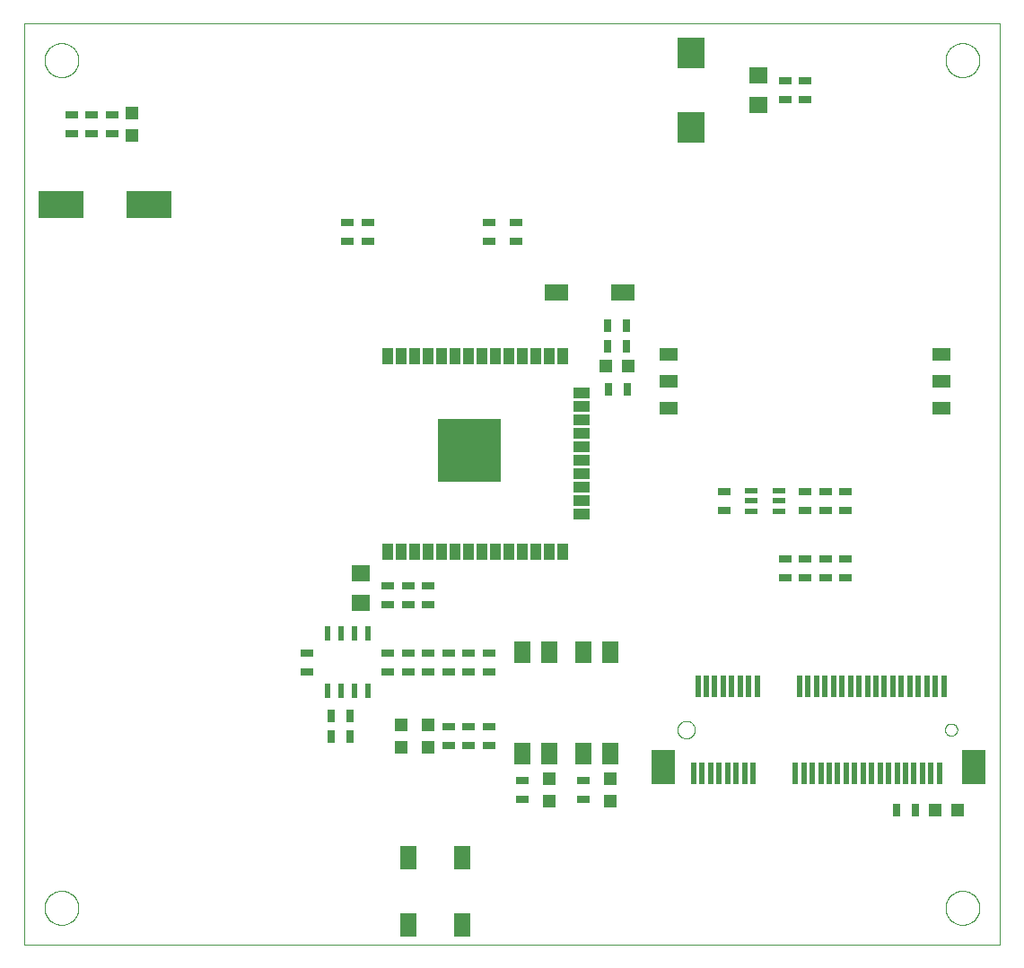
<source format=gtp>
G75*
%MOIN*%
%OFA0B0*%
%FSLAX25Y25*%
%IPPOS*%
%LPD*%
%AMOC8*
5,1,8,0,0,1.08239X$1,22.5*
%
%ADD10C,0.00000*%
%ADD11R,0.04724X0.03150*%
%ADD12R,0.03150X0.04724*%
%ADD13R,0.07087X0.06299*%
%ADD14R,0.04528X0.02362*%
%ADD15R,0.02362X0.07874*%
%ADD16R,0.09055X0.12598*%
%ADD17R,0.04724X0.04724*%
%ADD18R,0.09055X0.06299*%
%ADD19R,0.06299X0.09055*%
%ADD20R,0.02362X0.05512*%
%ADD21R,0.03937X0.05906*%
%ADD22R,0.05906X0.03937*%
%ADD23R,0.23622X0.23622*%
%ADD24R,0.06693X0.05118*%
%ADD25R,0.16929X0.09843*%
%ADD26R,0.06299X0.07874*%
%ADD27R,0.09843X0.11811*%
D10*
X0003220Y0057549D02*
X0003220Y0400069D01*
X0365642Y0400069D01*
X0365642Y0057549D01*
X0003220Y0057549D01*
X0010701Y0071329D02*
X0010703Y0071487D01*
X0010709Y0071645D01*
X0010719Y0071803D01*
X0010733Y0071961D01*
X0010751Y0072118D01*
X0010772Y0072275D01*
X0010798Y0072431D01*
X0010828Y0072587D01*
X0010861Y0072742D01*
X0010899Y0072895D01*
X0010940Y0073048D01*
X0010985Y0073200D01*
X0011034Y0073351D01*
X0011087Y0073500D01*
X0011143Y0073648D01*
X0011203Y0073794D01*
X0011267Y0073939D01*
X0011335Y0074082D01*
X0011406Y0074224D01*
X0011480Y0074364D01*
X0011558Y0074501D01*
X0011640Y0074637D01*
X0011724Y0074771D01*
X0011813Y0074902D01*
X0011904Y0075031D01*
X0011999Y0075158D01*
X0012096Y0075283D01*
X0012197Y0075405D01*
X0012301Y0075524D01*
X0012408Y0075641D01*
X0012518Y0075755D01*
X0012631Y0075866D01*
X0012746Y0075975D01*
X0012864Y0076080D01*
X0012985Y0076182D01*
X0013108Y0076282D01*
X0013234Y0076378D01*
X0013362Y0076471D01*
X0013492Y0076561D01*
X0013625Y0076647D01*
X0013760Y0076731D01*
X0013896Y0076810D01*
X0014035Y0076887D01*
X0014176Y0076959D01*
X0014318Y0077029D01*
X0014462Y0077094D01*
X0014608Y0077156D01*
X0014755Y0077214D01*
X0014904Y0077269D01*
X0015054Y0077320D01*
X0015205Y0077367D01*
X0015357Y0077410D01*
X0015510Y0077449D01*
X0015665Y0077485D01*
X0015820Y0077516D01*
X0015976Y0077544D01*
X0016132Y0077568D01*
X0016289Y0077588D01*
X0016447Y0077604D01*
X0016604Y0077616D01*
X0016763Y0077624D01*
X0016921Y0077628D01*
X0017079Y0077628D01*
X0017237Y0077624D01*
X0017396Y0077616D01*
X0017553Y0077604D01*
X0017711Y0077588D01*
X0017868Y0077568D01*
X0018024Y0077544D01*
X0018180Y0077516D01*
X0018335Y0077485D01*
X0018490Y0077449D01*
X0018643Y0077410D01*
X0018795Y0077367D01*
X0018946Y0077320D01*
X0019096Y0077269D01*
X0019245Y0077214D01*
X0019392Y0077156D01*
X0019538Y0077094D01*
X0019682Y0077029D01*
X0019824Y0076959D01*
X0019965Y0076887D01*
X0020104Y0076810D01*
X0020240Y0076731D01*
X0020375Y0076647D01*
X0020508Y0076561D01*
X0020638Y0076471D01*
X0020766Y0076378D01*
X0020892Y0076282D01*
X0021015Y0076182D01*
X0021136Y0076080D01*
X0021254Y0075975D01*
X0021369Y0075866D01*
X0021482Y0075755D01*
X0021592Y0075641D01*
X0021699Y0075524D01*
X0021803Y0075405D01*
X0021904Y0075283D01*
X0022001Y0075158D01*
X0022096Y0075031D01*
X0022187Y0074902D01*
X0022276Y0074771D01*
X0022360Y0074637D01*
X0022442Y0074501D01*
X0022520Y0074364D01*
X0022594Y0074224D01*
X0022665Y0074082D01*
X0022733Y0073939D01*
X0022797Y0073794D01*
X0022857Y0073648D01*
X0022913Y0073500D01*
X0022966Y0073351D01*
X0023015Y0073200D01*
X0023060Y0073048D01*
X0023101Y0072895D01*
X0023139Y0072742D01*
X0023172Y0072587D01*
X0023202Y0072431D01*
X0023228Y0072275D01*
X0023249Y0072118D01*
X0023267Y0071961D01*
X0023281Y0071803D01*
X0023291Y0071645D01*
X0023297Y0071487D01*
X0023299Y0071329D01*
X0023297Y0071171D01*
X0023291Y0071013D01*
X0023281Y0070855D01*
X0023267Y0070697D01*
X0023249Y0070540D01*
X0023228Y0070383D01*
X0023202Y0070227D01*
X0023172Y0070071D01*
X0023139Y0069916D01*
X0023101Y0069763D01*
X0023060Y0069610D01*
X0023015Y0069458D01*
X0022966Y0069307D01*
X0022913Y0069158D01*
X0022857Y0069010D01*
X0022797Y0068864D01*
X0022733Y0068719D01*
X0022665Y0068576D01*
X0022594Y0068434D01*
X0022520Y0068294D01*
X0022442Y0068157D01*
X0022360Y0068021D01*
X0022276Y0067887D01*
X0022187Y0067756D01*
X0022096Y0067627D01*
X0022001Y0067500D01*
X0021904Y0067375D01*
X0021803Y0067253D01*
X0021699Y0067134D01*
X0021592Y0067017D01*
X0021482Y0066903D01*
X0021369Y0066792D01*
X0021254Y0066683D01*
X0021136Y0066578D01*
X0021015Y0066476D01*
X0020892Y0066376D01*
X0020766Y0066280D01*
X0020638Y0066187D01*
X0020508Y0066097D01*
X0020375Y0066011D01*
X0020240Y0065927D01*
X0020104Y0065848D01*
X0019965Y0065771D01*
X0019824Y0065699D01*
X0019682Y0065629D01*
X0019538Y0065564D01*
X0019392Y0065502D01*
X0019245Y0065444D01*
X0019096Y0065389D01*
X0018946Y0065338D01*
X0018795Y0065291D01*
X0018643Y0065248D01*
X0018490Y0065209D01*
X0018335Y0065173D01*
X0018180Y0065142D01*
X0018024Y0065114D01*
X0017868Y0065090D01*
X0017711Y0065070D01*
X0017553Y0065054D01*
X0017396Y0065042D01*
X0017237Y0065034D01*
X0017079Y0065030D01*
X0016921Y0065030D01*
X0016763Y0065034D01*
X0016604Y0065042D01*
X0016447Y0065054D01*
X0016289Y0065070D01*
X0016132Y0065090D01*
X0015976Y0065114D01*
X0015820Y0065142D01*
X0015665Y0065173D01*
X0015510Y0065209D01*
X0015357Y0065248D01*
X0015205Y0065291D01*
X0015054Y0065338D01*
X0014904Y0065389D01*
X0014755Y0065444D01*
X0014608Y0065502D01*
X0014462Y0065564D01*
X0014318Y0065629D01*
X0014176Y0065699D01*
X0014035Y0065771D01*
X0013896Y0065848D01*
X0013760Y0065927D01*
X0013625Y0066011D01*
X0013492Y0066097D01*
X0013362Y0066187D01*
X0013234Y0066280D01*
X0013108Y0066376D01*
X0012985Y0066476D01*
X0012864Y0066578D01*
X0012746Y0066683D01*
X0012631Y0066792D01*
X0012518Y0066903D01*
X0012408Y0067017D01*
X0012301Y0067134D01*
X0012197Y0067253D01*
X0012096Y0067375D01*
X0011999Y0067500D01*
X0011904Y0067627D01*
X0011813Y0067756D01*
X0011724Y0067887D01*
X0011640Y0068021D01*
X0011558Y0068157D01*
X0011480Y0068294D01*
X0011406Y0068434D01*
X0011335Y0068576D01*
X0011267Y0068719D01*
X0011203Y0068864D01*
X0011143Y0069010D01*
X0011087Y0069158D01*
X0011034Y0069307D01*
X0010985Y0069458D01*
X0010940Y0069610D01*
X0010899Y0069763D01*
X0010861Y0069916D01*
X0010828Y0070071D01*
X0010798Y0070227D01*
X0010772Y0070383D01*
X0010751Y0070540D01*
X0010733Y0070697D01*
X0010719Y0070855D01*
X0010709Y0071013D01*
X0010703Y0071171D01*
X0010701Y0071329D01*
X0245760Y0137549D02*
X0245762Y0137662D01*
X0245768Y0137776D01*
X0245778Y0137889D01*
X0245792Y0138001D01*
X0245809Y0138113D01*
X0245831Y0138224D01*
X0245856Y0138335D01*
X0245886Y0138444D01*
X0245919Y0138553D01*
X0245956Y0138660D01*
X0245997Y0138766D01*
X0246041Y0138870D01*
X0246089Y0138973D01*
X0246140Y0139074D01*
X0246195Y0139173D01*
X0246254Y0139270D01*
X0246315Y0139365D01*
X0246380Y0139458D01*
X0246449Y0139549D01*
X0246520Y0139637D01*
X0246594Y0139722D01*
X0246672Y0139805D01*
X0246752Y0139885D01*
X0246835Y0139963D01*
X0246920Y0140037D01*
X0247008Y0140108D01*
X0247099Y0140177D01*
X0247192Y0140242D01*
X0247287Y0140303D01*
X0247384Y0140362D01*
X0247483Y0140417D01*
X0247584Y0140468D01*
X0247687Y0140516D01*
X0247791Y0140560D01*
X0247897Y0140601D01*
X0248004Y0140638D01*
X0248113Y0140671D01*
X0248222Y0140701D01*
X0248333Y0140726D01*
X0248444Y0140748D01*
X0248556Y0140765D01*
X0248668Y0140779D01*
X0248781Y0140789D01*
X0248895Y0140795D01*
X0249008Y0140797D01*
X0249121Y0140795D01*
X0249235Y0140789D01*
X0249348Y0140779D01*
X0249460Y0140765D01*
X0249572Y0140748D01*
X0249683Y0140726D01*
X0249794Y0140701D01*
X0249903Y0140671D01*
X0250012Y0140638D01*
X0250119Y0140601D01*
X0250225Y0140560D01*
X0250329Y0140516D01*
X0250432Y0140468D01*
X0250533Y0140417D01*
X0250632Y0140362D01*
X0250729Y0140303D01*
X0250824Y0140242D01*
X0250917Y0140177D01*
X0251008Y0140108D01*
X0251096Y0140037D01*
X0251181Y0139963D01*
X0251264Y0139885D01*
X0251344Y0139805D01*
X0251422Y0139722D01*
X0251496Y0139637D01*
X0251567Y0139549D01*
X0251636Y0139458D01*
X0251701Y0139365D01*
X0251762Y0139270D01*
X0251821Y0139173D01*
X0251876Y0139074D01*
X0251927Y0138973D01*
X0251975Y0138870D01*
X0252019Y0138766D01*
X0252060Y0138660D01*
X0252097Y0138553D01*
X0252130Y0138444D01*
X0252160Y0138335D01*
X0252185Y0138224D01*
X0252207Y0138113D01*
X0252224Y0138001D01*
X0252238Y0137889D01*
X0252248Y0137776D01*
X0252254Y0137662D01*
X0252256Y0137549D01*
X0252254Y0137436D01*
X0252248Y0137322D01*
X0252238Y0137209D01*
X0252224Y0137097D01*
X0252207Y0136985D01*
X0252185Y0136874D01*
X0252160Y0136763D01*
X0252130Y0136654D01*
X0252097Y0136545D01*
X0252060Y0136438D01*
X0252019Y0136332D01*
X0251975Y0136228D01*
X0251927Y0136125D01*
X0251876Y0136024D01*
X0251821Y0135925D01*
X0251762Y0135828D01*
X0251701Y0135733D01*
X0251636Y0135640D01*
X0251567Y0135549D01*
X0251496Y0135461D01*
X0251422Y0135376D01*
X0251344Y0135293D01*
X0251264Y0135213D01*
X0251181Y0135135D01*
X0251096Y0135061D01*
X0251008Y0134990D01*
X0250917Y0134921D01*
X0250824Y0134856D01*
X0250729Y0134795D01*
X0250632Y0134736D01*
X0250533Y0134681D01*
X0250432Y0134630D01*
X0250329Y0134582D01*
X0250225Y0134538D01*
X0250119Y0134497D01*
X0250012Y0134460D01*
X0249903Y0134427D01*
X0249794Y0134397D01*
X0249683Y0134372D01*
X0249572Y0134350D01*
X0249460Y0134333D01*
X0249348Y0134319D01*
X0249235Y0134309D01*
X0249121Y0134303D01*
X0249008Y0134301D01*
X0248895Y0134303D01*
X0248781Y0134309D01*
X0248668Y0134319D01*
X0248556Y0134333D01*
X0248444Y0134350D01*
X0248333Y0134372D01*
X0248222Y0134397D01*
X0248113Y0134427D01*
X0248004Y0134460D01*
X0247897Y0134497D01*
X0247791Y0134538D01*
X0247687Y0134582D01*
X0247584Y0134630D01*
X0247483Y0134681D01*
X0247384Y0134736D01*
X0247287Y0134795D01*
X0247192Y0134856D01*
X0247099Y0134921D01*
X0247008Y0134990D01*
X0246920Y0135061D01*
X0246835Y0135135D01*
X0246752Y0135213D01*
X0246672Y0135293D01*
X0246594Y0135376D01*
X0246520Y0135461D01*
X0246449Y0135549D01*
X0246380Y0135640D01*
X0246315Y0135733D01*
X0246254Y0135828D01*
X0246195Y0135925D01*
X0246140Y0136024D01*
X0246089Y0136125D01*
X0246041Y0136228D01*
X0245997Y0136332D01*
X0245956Y0136438D01*
X0245919Y0136545D01*
X0245886Y0136654D01*
X0245856Y0136763D01*
X0245831Y0136874D01*
X0245809Y0136985D01*
X0245792Y0137097D01*
X0245778Y0137209D01*
X0245768Y0137322D01*
X0245762Y0137436D01*
X0245760Y0137549D01*
X0345169Y0137549D02*
X0345171Y0137644D01*
X0345177Y0137738D01*
X0345187Y0137833D01*
X0345201Y0137927D01*
X0345218Y0138020D01*
X0345240Y0138112D01*
X0345266Y0138203D01*
X0345295Y0138294D01*
X0345328Y0138382D01*
X0345365Y0138470D01*
X0345405Y0138556D01*
X0345449Y0138640D01*
X0345496Y0138722D01*
X0345547Y0138802D01*
X0345601Y0138880D01*
X0345659Y0138955D01*
X0345719Y0139028D01*
X0345783Y0139099D01*
X0345849Y0139167D01*
X0345918Y0139231D01*
X0345990Y0139293D01*
X0346064Y0139352D01*
X0346141Y0139408D01*
X0346220Y0139461D01*
X0346301Y0139510D01*
X0346384Y0139555D01*
X0346469Y0139598D01*
X0346556Y0139636D01*
X0346644Y0139671D01*
X0346733Y0139702D01*
X0346824Y0139730D01*
X0346916Y0139753D01*
X0347009Y0139773D01*
X0347102Y0139789D01*
X0347196Y0139801D01*
X0347291Y0139809D01*
X0347386Y0139813D01*
X0347480Y0139813D01*
X0347575Y0139809D01*
X0347670Y0139801D01*
X0347764Y0139789D01*
X0347857Y0139773D01*
X0347950Y0139753D01*
X0348042Y0139730D01*
X0348133Y0139702D01*
X0348222Y0139671D01*
X0348310Y0139636D01*
X0348397Y0139598D01*
X0348482Y0139555D01*
X0348565Y0139510D01*
X0348646Y0139461D01*
X0348725Y0139408D01*
X0348802Y0139352D01*
X0348876Y0139293D01*
X0348948Y0139231D01*
X0349017Y0139167D01*
X0349083Y0139099D01*
X0349147Y0139028D01*
X0349207Y0138955D01*
X0349265Y0138880D01*
X0349319Y0138802D01*
X0349370Y0138722D01*
X0349417Y0138640D01*
X0349461Y0138556D01*
X0349501Y0138470D01*
X0349538Y0138382D01*
X0349571Y0138294D01*
X0349600Y0138203D01*
X0349626Y0138112D01*
X0349648Y0138020D01*
X0349665Y0137927D01*
X0349679Y0137833D01*
X0349689Y0137738D01*
X0349695Y0137644D01*
X0349697Y0137549D01*
X0349695Y0137454D01*
X0349689Y0137360D01*
X0349679Y0137265D01*
X0349665Y0137171D01*
X0349648Y0137078D01*
X0349626Y0136986D01*
X0349600Y0136895D01*
X0349571Y0136804D01*
X0349538Y0136716D01*
X0349501Y0136628D01*
X0349461Y0136542D01*
X0349417Y0136458D01*
X0349370Y0136376D01*
X0349319Y0136296D01*
X0349265Y0136218D01*
X0349207Y0136143D01*
X0349147Y0136070D01*
X0349083Y0135999D01*
X0349017Y0135931D01*
X0348948Y0135867D01*
X0348876Y0135805D01*
X0348802Y0135746D01*
X0348725Y0135690D01*
X0348646Y0135637D01*
X0348565Y0135588D01*
X0348482Y0135543D01*
X0348397Y0135500D01*
X0348310Y0135462D01*
X0348222Y0135427D01*
X0348133Y0135396D01*
X0348042Y0135368D01*
X0347950Y0135345D01*
X0347857Y0135325D01*
X0347764Y0135309D01*
X0347670Y0135297D01*
X0347575Y0135289D01*
X0347480Y0135285D01*
X0347386Y0135285D01*
X0347291Y0135289D01*
X0347196Y0135297D01*
X0347102Y0135309D01*
X0347009Y0135325D01*
X0346916Y0135345D01*
X0346824Y0135368D01*
X0346733Y0135396D01*
X0346644Y0135427D01*
X0346556Y0135462D01*
X0346469Y0135500D01*
X0346384Y0135543D01*
X0346301Y0135588D01*
X0346220Y0135637D01*
X0346141Y0135690D01*
X0346064Y0135746D01*
X0345990Y0135805D01*
X0345918Y0135867D01*
X0345849Y0135931D01*
X0345783Y0135999D01*
X0345719Y0136070D01*
X0345659Y0136143D01*
X0345601Y0136218D01*
X0345547Y0136296D01*
X0345496Y0136376D01*
X0345449Y0136458D01*
X0345405Y0136542D01*
X0345365Y0136628D01*
X0345328Y0136716D01*
X0345295Y0136804D01*
X0345266Y0136895D01*
X0345240Y0136986D01*
X0345218Y0137078D01*
X0345201Y0137171D01*
X0345187Y0137265D01*
X0345177Y0137360D01*
X0345171Y0137454D01*
X0345169Y0137549D01*
X0345347Y0071329D02*
X0345349Y0071487D01*
X0345355Y0071645D01*
X0345365Y0071803D01*
X0345379Y0071961D01*
X0345397Y0072118D01*
X0345418Y0072275D01*
X0345444Y0072431D01*
X0345474Y0072587D01*
X0345507Y0072742D01*
X0345545Y0072895D01*
X0345586Y0073048D01*
X0345631Y0073200D01*
X0345680Y0073351D01*
X0345733Y0073500D01*
X0345789Y0073648D01*
X0345849Y0073794D01*
X0345913Y0073939D01*
X0345981Y0074082D01*
X0346052Y0074224D01*
X0346126Y0074364D01*
X0346204Y0074501D01*
X0346286Y0074637D01*
X0346370Y0074771D01*
X0346459Y0074902D01*
X0346550Y0075031D01*
X0346645Y0075158D01*
X0346742Y0075283D01*
X0346843Y0075405D01*
X0346947Y0075524D01*
X0347054Y0075641D01*
X0347164Y0075755D01*
X0347277Y0075866D01*
X0347392Y0075975D01*
X0347510Y0076080D01*
X0347631Y0076182D01*
X0347754Y0076282D01*
X0347880Y0076378D01*
X0348008Y0076471D01*
X0348138Y0076561D01*
X0348271Y0076647D01*
X0348406Y0076731D01*
X0348542Y0076810D01*
X0348681Y0076887D01*
X0348822Y0076959D01*
X0348964Y0077029D01*
X0349108Y0077094D01*
X0349254Y0077156D01*
X0349401Y0077214D01*
X0349550Y0077269D01*
X0349700Y0077320D01*
X0349851Y0077367D01*
X0350003Y0077410D01*
X0350156Y0077449D01*
X0350311Y0077485D01*
X0350466Y0077516D01*
X0350622Y0077544D01*
X0350778Y0077568D01*
X0350935Y0077588D01*
X0351093Y0077604D01*
X0351250Y0077616D01*
X0351409Y0077624D01*
X0351567Y0077628D01*
X0351725Y0077628D01*
X0351883Y0077624D01*
X0352042Y0077616D01*
X0352199Y0077604D01*
X0352357Y0077588D01*
X0352514Y0077568D01*
X0352670Y0077544D01*
X0352826Y0077516D01*
X0352981Y0077485D01*
X0353136Y0077449D01*
X0353289Y0077410D01*
X0353441Y0077367D01*
X0353592Y0077320D01*
X0353742Y0077269D01*
X0353891Y0077214D01*
X0354038Y0077156D01*
X0354184Y0077094D01*
X0354328Y0077029D01*
X0354470Y0076959D01*
X0354611Y0076887D01*
X0354750Y0076810D01*
X0354886Y0076731D01*
X0355021Y0076647D01*
X0355154Y0076561D01*
X0355284Y0076471D01*
X0355412Y0076378D01*
X0355538Y0076282D01*
X0355661Y0076182D01*
X0355782Y0076080D01*
X0355900Y0075975D01*
X0356015Y0075866D01*
X0356128Y0075755D01*
X0356238Y0075641D01*
X0356345Y0075524D01*
X0356449Y0075405D01*
X0356550Y0075283D01*
X0356647Y0075158D01*
X0356742Y0075031D01*
X0356833Y0074902D01*
X0356922Y0074771D01*
X0357006Y0074637D01*
X0357088Y0074501D01*
X0357166Y0074364D01*
X0357240Y0074224D01*
X0357311Y0074082D01*
X0357379Y0073939D01*
X0357443Y0073794D01*
X0357503Y0073648D01*
X0357559Y0073500D01*
X0357612Y0073351D01*
X0357661Y0073200D01*
X0357706Y0073048D01*
X0357747Y0072895D01*
X0357785Y0072742D01*
X0357818Y0072587D01*
X0357848Y0072431D01*
X0357874Y0072275D01*
X0357895Y0072118D01*
X0357913Y0071961D01*
X0357927Y0071803D01*
X0357937Y0071645D01*
X0357943Y0071487D01*
X0357945Y0071329D01*
X0357943Y0071171D01*
X0357937Y0071013D01*
X0357927Y0070855D01*
X0357913Y0070697D01*
X0357895Y0070540D01*
X0357874Y0070383D01*
X0357848Y0070227D01*
X0357818Y0070071D01*
X0357785Y0069916D01*
X0357747Y0069763D01*
X0357706Y0069610D01*
X0357661Y0069458D01*
X0357612Y0069307D01*
X0357559Y0069158D01*
X0357503Y0069010D01*
X0357443Y0068864D01*
X0357379Y0068719D01*
X0357311Y0068576D01*
X0357240Y0068434D01*
X0357166Y0068294D01*
X0357088Y0068157D01*
X0357006Y0068021D01*
X0356922Y0067887D01*
X0356833Y0067756D01*
X0356742Y0067627D01*
X0356647Y0067500D01*
X0356550Y0067375D01*
X0356449Y0067253D01*
X0356345Y0067134D01*
X0356238Y0067017D01*
X0356128Y0066903D01*
X0356015Y0066792D01*
X0355900Y0066683D01*
X0355782Y0066578D01*
X0355661Y0066476D01*
X0355538Y0066376D01*
X0355412Y0066280D01*
X0355284Y0066187D01*
X0355154Y0066097D01*
X0355021Y0066011D01*
X0354886Y0065927D01*
X0354750Y0065848D01*
X0354611Y0065771D01*
X0354470Y0065699D01*
X0354328Y0065629D01*
X0354184Y0065564D01*
X0354038Y0065502D01*
X0353891Y0065444D01*
X0353742Y0065389D01*
X0353592Y0065338D01*
X0353441Y0065291D01*
X0353289Y0065248D01*
X0353136Y0065209D01*
X0352981Y0065173D01*
X0352826Y0065142D01*
X0352670Y0065114D01*
X0352514Y0065090D01*
X0352357Y0065070D01*
X0352199Y0065054D01*
X0352042Y0065042D01*
X0351883Y0065034D01*
X0351725Y0065030D01*
X0351567Y0065030D01*
X0351409Y0065034D01*
X0351250Y0065042D01*
X0351093Y0065054D01*
X0350935Y0065070D01*
X0350778Y0065090D01*
X0350622Y0065114D01*
X0350466Y0065142D01*
X0350311Y0065173D01*
X0350156Y0065209D01*
X0350003Y0065248D01*
X0349851Y0065291D01*
X0349700Y0065338D01*
X0349550Y0065389D01*
X0349401Y0065444D01*
X0349254Y0065502D01*
X0349108Y0065564D01*
X0348964Y0065629D01*
X0348822Y0065699D01*
X0348681Y0065771D01*
X0348542Y0065848D01*
X0348406Y0065927D01*
X0348271Y0066011D01*
X0348138Y0066097D01*
X0348008Y0066187D01*
X0347880Y0066280D01*
X0347754Y0066376D01*
X0347631Y0066476D01*
X0347510Y0066578D01*
X0347392Y0066683D01*
X0347277Y0066792D01*
X0347164Y0066903D01*
X0347054Y0067017D01*
X0346947Y0067134D01*
X0346843Y0067253D01*
X0346742Y0067375D01*
X0346645Y0067500D01*
X0346550Y0067627D01*
X0346459Y0067756D01*
X0346370Y0067887D01*
X0346286Y0068021D01*
X0346204Y0068157D01*
X0346126Y0068294D01*
X0346052Y0068434D01*
X0345981Y0068576D01*
X0345913Y0068719D01*
X0345849Y0068864D01*
X0345789Y0069010D01*
X0345733Y0069158D01*
X0345680Y0069307D01*
X0345631Y0069458D01*
X0345586Y0069610D01*
X0345545Y0069763D01*
X0345507Y0069916D01*
X0345474Y0070071D01*
X0345444Y0070227D01*
X0345418Y0070383D01*
X0345397Y0070540D01*
X0345379Y0070697D01*
X0345365Y0070855D01*
X0345355Y0071013D01*
X0345349Y0071171D01*
X0345347Y0071329D01*
X0345347Y0386289D02*
X0345349Y0386447D01*
X0345355Y0386605D01*
X0345365Y0386763D01*
X0345379Y0386921D01*
X0345397Y0387078D01*
X0345418Y0387235D01*
X0345444Y0387391D01*
X0345474Y0387547D01*
X0345507Y0387702D01*
X0345545Y0387855D01*
X0345586Y0388008D01*
X0345631Y0388160D01*
X0345680Y0388311D01*
X0345733Y0388460D01*
X0345789Y0388608D01*
X0345849Y0388754D01*
X0345913Y0388899D01*
X0345981Y0389042D01*
X0346052Y0389184D01*
X0346126Y0389324D01*
X0346204Y0389461D01*
X0346286Y0389597D01*
X0346370Y0389731D01*
X0346459Y0389862D01*
X0346550Y0389991D01*
X0346645Y0390118D01*
X0346742Y0390243D01*
X0346843Y0390365D01*
X0346947Y0390484D01*
X0347054Y0390601D01*
X0347164Y0390715D01*
X0347277Y0390826D01*
X0347392Y0390935D01*
X0347510Y0391040D01*
X0347631Y0391142D01*
X0347754Y0391242D01*
X0347880Y0391338D01*
X0348008Y0391431D01*
X0348138Y0391521D01*
X0348271Y0391607D01*
X0348406Y0391691D01*
X0348542Y0391770D01*
X0348681Y0391847D01*
X0348822Y0391919D01*
X0348964Y0391989D01*
X0349108Y0392054D01*
X0349254Y0392116D01*
X0349401Y0392174D01*
X0349550Y0392229D01*
X0349700Y0392280D01*
X0349851Y0392327D01*
X0350003Y0392370D01*
X0350156Y0392409D01*
X0350311Y0392445D01*
X0350466Y0392476D01*
X0350622Y0392504D01*
X0350778Y0392528D01*
X0350935Y0392548D01*
X0351093Y0392564D01*
X0351250Y0392576D01*
X0351409Y0392584D01*
X0351567Y0392588D01*
X0351725Y0392588D01*
X0351883Y0392584D01*
X0352042Y0392576D01*
X0352199Y0392564D01*
X0352357Y0392548D01*
X0352514Y0392528D01*
X0352670Y0392504D01*
X0352826Y0392476D01*
X0352981Y0392445D01*
X0353136Y0392409D01*
X0353289Y0392370D01*
X0353441Y0392327D01*
X0353592Y0392280D01*
X0353742Y0392229D01*
X0353891Y0392174D01*
X0354038Y0392116D01*
X0354184Y0392054D01*
X0354328Y0391989D01*
X0354470Y0391919D01*
X0354611Y0391847D01*
X0354750Y0391770D01*
X0354886Y0391691D01*
X0355021Y0391607D01*
X0355154Y0391521D01*
X0355284Y0391431D01*
X0355412Y0391338D01*
X0355538Y0391242D01*
X0355661Y0391142D01*
X0355782Y0391040D01*
X0355900Y0390935D01*
X0356015Y0390826D01*
X0356128Y0390715D01*
X0356238Y0390601D01*
X0356345Y0390484D01*
X0356449Y0390365D01*
X0356550Y0390243D01*
X0356647Y0390118D01*
X0356742Y0389991D01*
X0356833Y0389862D01*
X0356922Y0389731D01*
X0357006Y0389597D01*
X0357088Y0389461D01*
X0357166Y0389324D01*
X0357240Y0389184D01*
X0357311Y0389042D01*
X0357379Y0388899D01*
X0357443Y0388754D01*
X0357503Y0388608D01*
X0357559Y0388460D01*
X0357612Y0388311D01*
X0357661Y0388160D01*
X0357706Y0388008D01*
X0357747Y0387855D01*
X0357785Y0387702D01*
X0357818Y0387547D01*
X0357848Y0387391D01*
X0357874Y0387235D01*
X0357895Y0387078D01*
X0357913Y0386921D01*
X0357927Y0386763D01*
X0357937Y0386605D01*
X0357943Y0386447D01*
X0357945Y0386289D01*
X0357943Y0386131D01*
X0357937Y0385973D01*
X0357927Y0385815D01*
X0357913Y0385657D01*
X0357895Y0385500D01*
X0357874Y0385343D01*
X0357848Y0385187D01*
X0357818Y0385031D01*
X0357785Y0384876D01*
X0357747Y0384723D01*
X0357706Y0384570D01*
X0357661Y0384418D01*
X0357612Y0384267D01*
X0357559Y0384118D01*
X0357503Y0383970D01*
X0357443Y0383824D01*
X0357379Y0383679D01*
X0357311Y0383536D01*
X0357240Y0383394D01*
X0357166Y0383254D01*
X0357088Y0383117D01*
X0357006Y0382981D01*
X0356922Y0382847D01*
X0356833Y0382716D01*
X0356742Y0382587D01*
X0356647Y0382460D01*
X0356550Y0382335D01*
X0356449Y0382213D01*
X0356345Y0382094D01*
X0356238Y0381977D01*
X0356128Y0381863D01*
X0356015Y0381752D01*
X0355900Y0381643D01*
X0355782Y0381538D01*
X0355661Y0381436D01*
X0355538Y0381336D01*
X0355412Y0381240D01*
X0355284Y0381147D01*
X0355154Y0381057D01*
X0355021Y0380971D01*
X0354886Y0380887D01*
X0354750Y0380808D01*
X0354611Y0380731D01*
X0354470Y0380659D01*
X0354328Y0380589D01*
X0354184Y0380524D01*
X0354038Y0380462D01*
X0353891Y0380404D01*
X0353742Y0380349D01*
X0353592Y0380298D01*
X0353441Y0380251D01*
X0353289Y0380208D01*
X0353136Y0380169D01*
X0352981Y0380133D01*
X0352826Y0380102D01*
X0352670Y0380074D01*
X0352514Y0380050D01*
X0352357Y0380030D01*
X0352199Y0380014D01*
X0352042Y0380002D01*
X0351883Y0379994D01*
X0351725Y0379990D01*
X0351567Y0379990D01*
X0351409Y0379994D01*
X0351250Y0380002D01*
X0351093Y0380014D01*
X0350935Y0380030D01*
X0350778Y0380050D01*
X0350622Y0380074D01*
X0350466Y0380102D01*
X0350311Y0380133D01*
X0350156Y0380169D01*
X0350003Y0380208D01*
X0349851Y0380251D01*
X0349700Y0380298D01*
X0349550Y0380349D01*
X0349401Y0380404D01*
X0349254Y0380462D01*
X0349108Y0380524D01*
X0348964Y0380589D01*
X0348822Y0380659D01*
X0348681Y0380731D01*
X0348542Y0380808D01*
X0348406Y0380887D01*
X0348271Y0380971D01*
X0348138Y0381057D01*
X0348008Y0381147D01*
X0347880Y0381240D01*
X0347754Y0381336D01*
X0347631Y0381436D01*
X0347510Y0381538D01*
X0347392Y0381643D01*
X0347277Y0381752D01*
X0347164Y0381863D01*
X0347054Y0381977D01*
X0346947Y0382094D01*
X0346843Y0382213D01*
X0346742Y0382335D01*
X0346645Y0382460D01*
X0346550Y0382587D01*
X0346459Y0382716D01*
X0346370Y0382847D01*
X0346286Y0382981D01*
X0346204Y0383117D01*
X0346126Y0383254D01*
X0346052Y0383394D01*
X0345981Y0383536D01*
X0345913Y0383679D01*
X0345849Y0383824D01*
X0345789Y0383970D01*
X0345733Y0384118D01*
X0345680Y0384267D01*
X0345631Y0384418D01*
X0345586Y0384570D01*
X0345545Y0384723D01*
X0345507Y0384876D01*
X0345474Y0385031D01*
X0345444Y0385187D01*
X0345418Y0385343D01*
X0345397Y0385500D01*
X0345379Y0385657D01*
X0345365Y0385815D01*
X0345355Y0385973D01*
X0345349Y0386131D01*
X0345347Y0386289D01*
X0010701Y0386289D02*
X0010703Y0386447D01*
X0010709Y0386605D01*
X0010719Y0386763D01*
X0010733Y0386921D01*
X0010751Y0387078D01*
X0010772Y0387235D01*
X0010798Y0387391D01*
X0010828Y0387547D01*
X0010861Y0387702D01*
X0010899Y0387855D01*
X0010940Y0388008D01*
X0010985Y0388160D01*
X0011034Y0388311D01*
X0011087Y0388460D01*
X0011143Y0388608D01*
X0011203Y0388754D01*
X0011267Y0388899D01*
X0011335Y0389042D01*
X0011406Y0389184D01*
X0011480Y0389324D01*
X0011558Y0389461D01*
X0011640Y0389597D01*
X0011724Y0389731D01*
X0011813Y0389862D01*
X0011904Y0389991D01*
X0011999Y0390118D01*
X0012096Y0390243D01*
X0012197Y0390365D01*
X0012301Y0390484D01*
X0012408Y0390601D01*
X0012518Y0390715D01*
X0012631Y0390826D01*
X0012746Y0390935D01*
X0012864Y0391040D01*
X0012985Y0391142D01*
X0013108Y0391242D01*
X0013234Y0391338D01*
X0013362Y0391431D01*
X0013492Y0391521D01*
X0013625Y0391607D01*
X0013760Y0391691D01*
X0013896Y0391770D01*
X0014035Y0391847D01*
X0014176Y0391919D01*
X0014318Y0391989D01*
X0014462Y0392054D01*
X0014608Y0392116D01*
X0014755Y0392174D01*
X0014904Y0392229D01*
X0015054Y0392280D01*
X0015205Y0392327D01*
X0015357Y0392370D01*
X0015510Y0392409D01*
X0015665Y0392445D01*
X0015820Y0392476D01*
X0015976Y0392504D01*
X0016132Y0392528D01*
X0016289Y0392548D01*
X0016447Y0392564D01*
X0016604Y0392576D01*
X0016763Y0392584D01*
X0016921Y0392588D01*
X0017079Y0392588D01*
X0017237Y0392584D01*
X0017396Y0392576D01*
X0017553Y0392564D01*
X0017711Y0392548D01*
X0017868Y0392528D01*
X0018024Y0392504D01*
X0018180Y0392476D01*
X0018335Y0392445D01*
X0018490Y0392409D01*
X0018643Y0392370D01*
X0018795Y0392327D01*
X0018946Y0392280D01*
X0019096Y0392229D01*
X0019245Y0392174D01*
X0019392Y0392116D01*
X0019538Y0392054D01*
X0019682Y0391989D01*
X0019824Y0391919D01*
X0019965Y0391847D01*
X0020104Y0391770D01*
X0020240Y0391691D01*
X0020375Y0391607D01*
X0020508Y0391521D01*
X0020638Y0391431D01*
X0020766Y0391338D01*
X0020892Y0391242D01*
X0021015Y0391142D01*
X0021136Y0391040D01*
X0021254Y0390935D01*
X0021369Y0390826D01*
X0021482Y0390715D01*
X0021592Y0390601D01*
X0021699Y0390484D01*
X0021803Y0390365D01*
X0021904Y0390243D01*
X0022001Y0390118D01*
X0022096Y0389991D01*
X0022187Y0389862D01*
X0022276Y0389731D01*
X0022360Y0389597D01*
X0022442Y0389461D01*
X0022520Y0389324D01*
X0022594Y0389184D01*
X0022665Y0389042D01*
X0022733Y0388899D01*
X0022797Y0388754D01*
X0022857Y0388608D01*
X0022913Y0388460D01*
X0022966Y0388311D01*
X0023015Y0388160D01*
X0023060Y0388008D01*
X0023101Y0387855D01*
X0023139Y0387702D01*
X0023172Y0387547D01*
X0023202Y0387391D01*
X0023228Y0387235D01*
X0023249Y0387078D01*
X0023267Y0386921D01*
X0023281Y0386763D01*
X0023291Y0386605D01*
X0023297Y0386447D01*
X0023299Y0386289D01*
X0023297Y0386131D01*
X0023291Y0385973D01*
X0023281Y0385815D01*
X0023267Y0385657D01*
X0023249Y0385500D01*
X0023228Y0385343D01*
X0023202Y0385187D01*
X0023172Y0385031D01*
X0023139Y0384876D01*
X0023101Y0384723D01*
X0023060Y0384570D01*
X0023015Y0384418D01*
X0022966Y0384267D01*
X0022913Y0384118D01*
X0022857Y0383970D01*
X0022797Y0383824D01*
X0022733Y0383679D01*
X0022665Y0383536D01*
X0022594Y0383394D01*
X0022520Y0383254D01*
X0022442Y0383117D01*
X0022360Y0382981D01*
X0022276Y0382847D01*
X0022187Y0382716D01*
X0022096Y0382587D01*
X0022001Y0382460D01*
X0021904Y0382335D01*
X0021803Y0382213D01*
X0021699Y0382094D01*
X0021592Y0381977D01*
X0021482Y0381863D01*
X0021369Y0381752D01*
X0021254Y0381643D01*
X0021136Y0381538D01*
X0021015Y0381436D01*
X0020892Y0381336D01*
X0020766Y0381240D01*
X0020638Y0381147D01*
X0020508Y0381057D01*
X0020375Y0380971D01*
X0020240Y0380887D01*
X0020104Y0380808D01*
X0019965Y0380731D01*
X0019824Y0380659D01*
X0019682Y0380589D01*
X0019538Y0380524D01*
X0019392Y0380462D01*
X0019245Y0380404D01*
X0019096Y0380349D01*
X0018946Y0380298D01*
X0018795Y0380251D01*
X0018643Y0380208D01*
X0018490Y0380169D01*
X0018335Y0380133D01*
X0018180Y0380102D01*
X0018024Y0380074D01*
X0017868Y0380050D01*
X0017711Y0380030D01*
X0017553Y0380014D01*
X0017396Y0380002D01*
X0017237Y0379994D01*
X0017079Y0379990D01*
X0016921Y0379990D01*
X0016763Y0379994D01*
X0016604Y0380002D01*
X0016447Y0380014D01*
X0016289Y0380030D01*
X0016132Y0380050D01*
X0015976Y0380074D01*
X0015820Y0380102D01*
X0015665Y0380133D01*
X0015510Y0380169D01*
X0015357Y0380208D01*
X0015205Y0380251D01*
X0015054Y0380298D01*
X0014904Y0380349D01*
X0014755Y0380404D01*
X0014608Y0380462D01*
X0014462Y0380524D01*
X0014318Y0380589D01*
X0014176Y0380659D01*
X0014035Y0380731D01*
X0013896Y0380808D01*
X0013760Y0380887D01*
X0013625Y0380971D01*
X0013492Y0381057D01*
X0013362Y0381147D01*
X0013234Y0381240D01*
X0013108Y0381336D01*
X0012985Y0381436D01*
X0012864Y0381538D01*
X0012746Y0381643D01*
X0012631Y0381752D01*
X0012518Y0381863D01*
X0012408Y0381977D01*
X0012301Y0382094D01*
X0012197Y0382213D01*
X0012096Y0382335D01*
X0011999Y0382460D01*
X0011904Y0382587D01*
X0011813Y0382716D01*
X0011724Y0382847D01*
X0011640Y0382981D01*
X0011558Y0383117D01*
X0011480Y0383254D01*
X0011406Y0383394D01*
X0011335Y0383536D01*
X0011267Y0383679D01*
X0011203Y0383824D01*
X0011143Y0383970D01*
X0011087Y0384118D01*
X0011034Y0384267D01*
X0010985Y0384418D01*
X0010940Y0384570D01*
X0010899Y0384723D01*
X0010861Y0384876D01*
X0010828Y0385031D01*
X0010798Y0385187D01*
X0010772Y0385343D01*
X0010751Y0385500D01*
X0010733Y0385657D01*
X0010719Y0385815D01*
X0010709Y0385973D01*
X0010703Y0386131D01*
X0010701Y0386289D01*
D11*
X0020720Y0366093D03*
X0020720Y0359006D03*
X0028220Y0359006D03*
X0028220Y0366093D03*
X0035720Y0366093D03*
X0035720Y0359006D03*
X0123220Y0326093D03*
X0123220Y0319006D03*
X0130720Y0319006D03*
X0130720Y0326093D03*
X0175720Y0326093D03*
X0175720Y0319006D03*
X0185720Y0319006D03*
X0185720Y0326093D03*
X0263220Y0226093D03*
X0263220Y0219006D03*
X0285720Y0201093D03*
X0285720Y0194006D03*
X0293220Y0194006D03*
X0293220Y0201093D03*
X0300720Y0201093D03*
X0300720Y0194006D03*
X0308220Y0194006D03*
X0308220Y0201093D03*
X0308220Y0219006D03*
X0308220Y0226093D03*
X0300720Y0226093D03*
X0300720Y0219006D03*
X0293220Y0219006D03*
X0293220Y0226093D03*
X0210720Y0118593D03*
X0210720Y0111506D03*
X0188220Y0111506D03*
X0188220Y0118593D03*
X0175720Y0131506D03*
X0175720Y0138593D03*
X0168220Y0138593D03*
X0168220Y0131506D03*
X0160720Y0131506D03*
X0160720Y0138593D03*
X0160720Y0159006D03*
X0160720Y0166093D03*
X0153220Y0166093D03*
X0153220Y0159006D03*
X0145720Y0159006D03*
X0145720Y0166093D03*
X0138220Y0166093D03*
X0138220Y0159006D03*
X0138220Y0184006D03*
X0138220Y0191093D03*
X0145720Y0191093D03*
X0145720Y0184006D03*
X0153220Y0184006D03*
X0153220Y0191093D03*
X0168220Y0166093D03*
X0168220Y0159006D03*
X0175720Y0159006D03*
X0175720Y0166093D03*
X0108220Y0166093D03*
X0108220Y0159006D03*
X0285720Y0371506D03*
X0285720Y0378593D03*
X0293220Y0378593D03*
X0293220Y0371506D03*
D12*
X0226764Y0287549D03*
X0219677Y0287549D03*
X0219677Y0280049D03*
X0226764Y0280049D03*
X0227264Y0264049D03*
X0220177Y0264049D03*
X0124264Y0142549D03*
X0117177Y0142549D03*
X0117177Y0135049D03*
X0124264Y0135049D03*
X0327177Y0107549D03*
X0334264Y0107549D03*
D13*
X0128220Y0184537D03*
X0128220Y0195561D03*
X0275720Y0369537D03*
X0275720Y0380561D03*
D14*
X0273102Y0226289D03*
X0273102Y0222549D03*
X0273102Y0218809D03*
X0283339Y0218809D03*
X0283339Y0222549D03*
X0283339Y0226289D03*
D15*
X0291134Y0153691D03*
X0294283Y0153691D03*
X0297433Y0153691D03*
X0300583Y0153691D03*
X0303732Y0153691D03*
X0306882Y0153691D03*
X0310031Y0153691D03*
X0313181Y0153691D03*
X0316331Y0153691D03*
X0319480Y0153691D03*
X0322630Y0153691D03*
X0325780Y0153691D03*
X0328929Y0153691D03*
X0332079Y0153691D03*
X0335228Y0153691D03*
X0338378Y0153691D03*
X0341528Y0153691D03*
X0344677Y0153691D03*
X0343102Y0121407D03*
X0339953Y0121407D03*
X0336803Y0121407D03*
X0333654Y0121407D03*
X0330504Y0121407D03*
X0327354Y0121407D03*
X0324205Y0121407D03*
X0321055Y0121407D03*
X0317906Y0121407D03*
X0314756Y0121407D03*
X0311606Y0121407D03*
X0308457Y0121407D03*
X0305307Y0121407D03*
X0302157Y0121407D03*
X0299008Y0121407D03*
X0295858Y0121407D03*
X0292709Y0121407D03*
X0289559Y0121407D03*
X0273811Y0121407D03*
X0270661Y0121407D03*
X0267512Y0121407D03*
X0264362Y0121407D03*
X0261213Y0121407D03*
X0258063Y0121407D03*
X0254913Y0121407D03*
X0251764Y0121407D03*
X0253339Y0153691D03*
X0256488Y0153691D03*
X0259638Y0153691D03*
X0262787Y0153691D03*
X0265937Y0153691D03*
X0269087Y0153691D03*
X0272236Y0153691D03*
X0275386Y0153691D03*
D16*
X0240543Y0123770D03*
X0355898Y0123770D03*
D17*
X0349854Y0107549D03*
X0341587Y0107549D03*
X0220720Y0110915D03*
X0220720Y0119183D03*
X0198220Y0119183D03*
X0198220Y0110915D03*
X0153220Y0130915D03*
X0153220Y0139183D03*
X0143220Y0139183D03*
X0143220Y0130915D03*
X0219087Y0272549D03*
X0227354Y0272549D03*
X0043220Y0358415D03*
X0043220Y0366683D03*
D18*
X0200819Y0300049D03*
X0225622Y0300049D03*
D19*
X0165720Y0089951D03*
X0145720Y0089951D03*
X0145720Y0065148D03*
X0165720Y0065148D03*
D20*
X0130720Y0151919D03*
X0125720Y0151919D03*
X0120720Y0151919D03*
X0115720Y0151919D03*
X0115720Y0173179D03*
X0120720Y0173179D03*
X0125720Y0173179D03*
X0130720Y0173179D03*
D21*
X0138161Y0203632D03*
X0143161Y0203632D03*
X0148161Y0203632D03*
X0153161Y0203632D03*
X0158161Y0203632D03*
X0163161Y0203632D03*
X0168161Y0203632D03*
X0173161Y0203632D03*
X0178161Y0203632D03*
X0183161Y0203632D03*
X0188161Y0203632D03*
X0193161Y0203632D03*
X0198161Y0203632D03*
X0203161Y0203632D03*
X0203161Y0276467D03*
X0198161Y0276467D03*
X0193161Y0276467D03*
X0188161Y0276467D03*
X0183161Y0276467D03*
X0178161Y0276467D03*
X0173161Y0276467D03*
X0168161Y0276467D03*
X0163161Y0276467D03*
X0158161Y0276467D03*
X0153161Y0276467D03*
X0148161Y0276467D03*
X0143161Y0276467D03*
X0138161Y0276467D03*
D22*
X0210012Y0262608D03*
X0210012Y0257608D03*
X0210012Y0252608D03*
X0210012Y0247608D03*
X0210012Y0242608D03*
X0210012Y0237608D03*
X0210012Y0232608D03*
X0210012Y0227608D03*
X0210012Y0222608D03*
X0210012Y0217608D03*
D23*
X0168476Y0241230D03*
D24*
X0242630Y0257136D03*
X0242630Y0267136D03*
X0242630Y0277136D03*
X0343811Y0277136D03*
X0343811Y0267136D03*
X0343811Y0257136D03*
D25*
X0049559Y0332549D03*
X0016882Y0332549D03*
D26*
X0188220Y0166329D03*
X0198220Y0166329D03*
X0210720Y0166329D03*
X0220720Y0166329D03*
X0220720Y0128770D03*
X0210720Y0128770D03*
X0198220Y0128770D03*
X0188220Y0128770D03*
D27*
X0250720Y0361270D03*
X0250720Y0388829D03*
M02*

</source>
